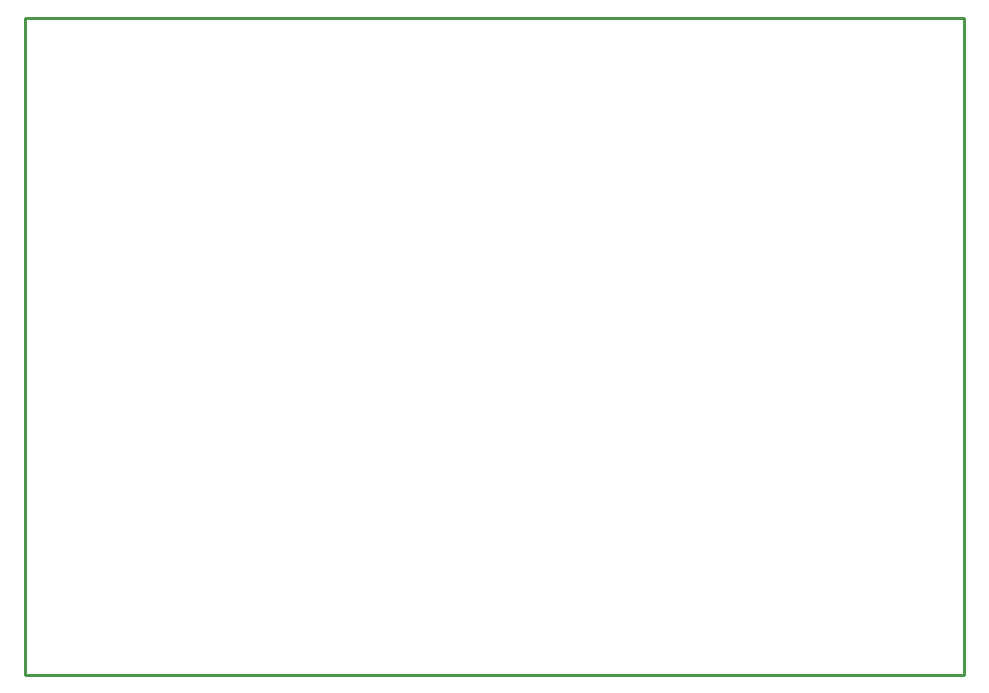
<source format=gko>
G04 Layer: BoardOutlineLayer*
G04 EasyEDA v6.5.50, 2025-05-27 18:24:41*
G04 52539cb3a7ae454bb971d49213b625aa,b37a74ae5ac9402f918d5afa9d52dbed,10*
G04 Gerber Generator version 0.2*
G04 Scale: 100 percent, Rotated: No, Reflected: No *
G04 Dimensions in millimeters *
G04 leading zeros omitted , absolute positions ,4 integer and 5 decimal *
%FSLAX45Y45*%
%MOMM*%

%ADD10C,0.2540*%
%ADD11C,0.0125*%
D10*
X0Y5562600D02*
G01*
X7950200Y5562600D01*
X7950200Y0D02*
G01*
X7950200Y5562600D01*
X0Y0D02*
G01*
X0Y5562600D01*
X0Y0D02*
G01*
X7950200Y0D01*

%LPD*%
M02*

</source>
